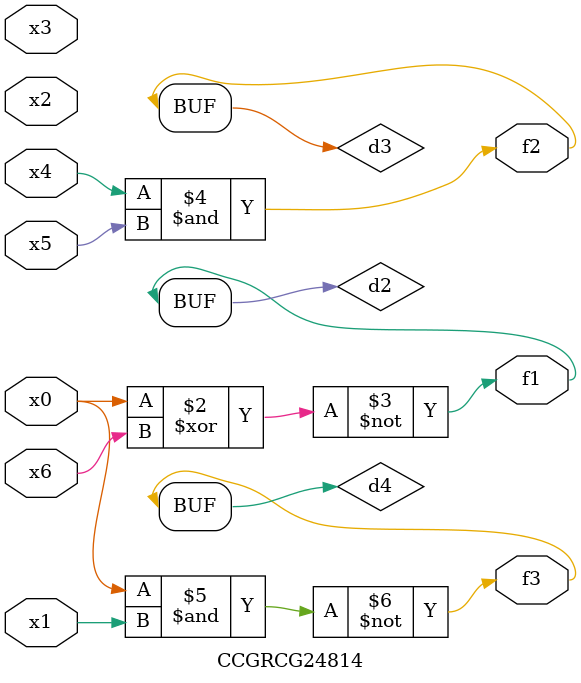
<source format=v>
module CCGRCG24814(
	input x0, x1, x2, x3, x4, x5, x6,
	output f1, f2, f3
);

	wire d1, d2, d3, d4;

	nor (d1, x0);
	xnor (d2, x0, x6);
	and (d3, x4, x5);
	nand (d4, x0, x1);
	assign f1 = d2;
	assign f2 = d3;
	assign f3 = d4;
endmodule

</source>
